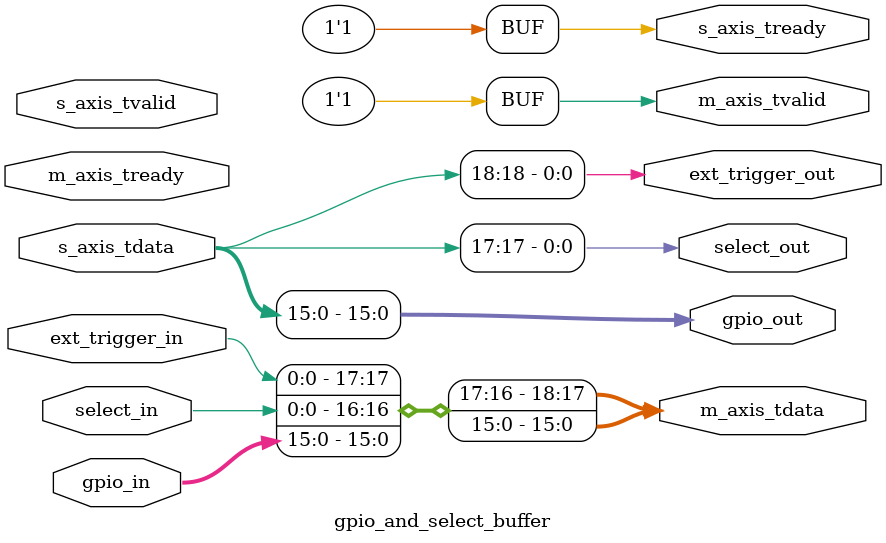
<source format=v>
`timescale 1ns / 1ps


module gpio_and_select_buffer(

    input wire [15:0] gpio_in,
    output wire [15:0] gpio_out,
    input wire select_in,
    output wire select_out,
    input wire ext_trigger_in,
    output wire ext_trigger_out,

    input wire s_axis_tvalid,
    output wire s_axis_tready,
    input wire [31:0] s_axis_tdata,
    
    output wire [31:0] m_axis_tdata,
    output wire m_axis_tvalid,
    input wire m_axis_tready 
    
    );
    
    
    assign s_axis_tready = 1'b1;
    assign m_axis_tvalid = 1'b1;
    
    assign m_axis_tdata[15:0] = gpio_in;
    assign gpio_out = s_axis_tdata[15:0];
    
    assign m_axis_tdata[17] = select_in;
    assign select_out = s_axis_tdata[17];
    
    assign m_axis_tdata[18] = ext_trigger_in;
    assign ext_trigger_out = s_axis_tdata[18]; 
    
endmodule

</source>
